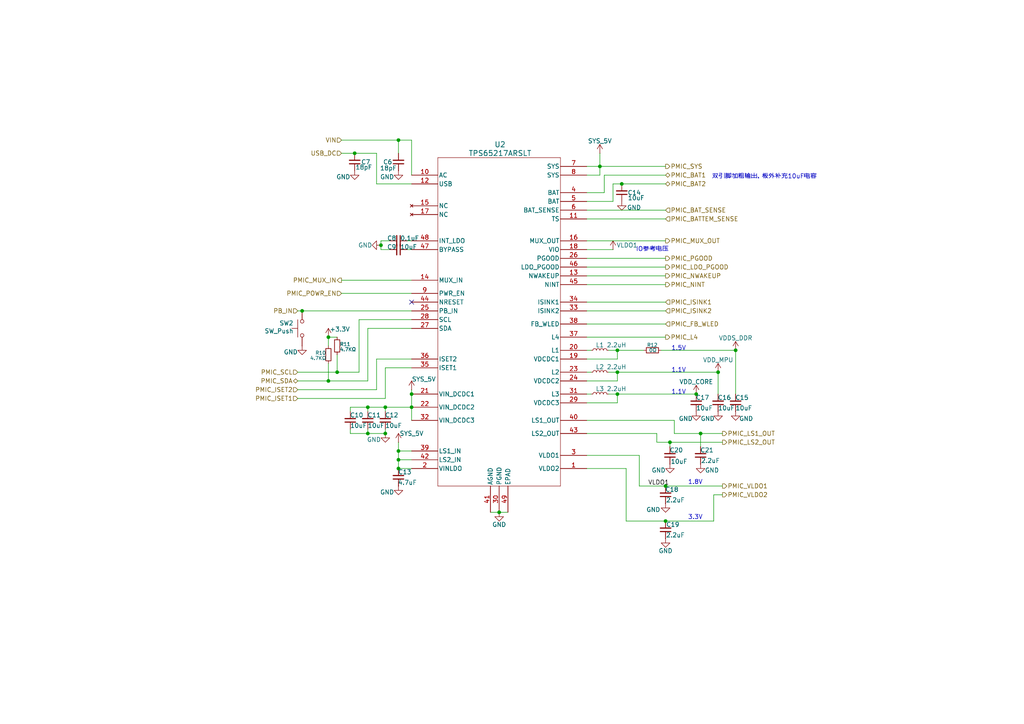
<source format=kicad_sch>
(kicad_sch (version 20250114) (generator "eeschema") (generator_version "9.0")
  (paper "A4")
  (lib_symbols
    (symbol "Device:C_Small" (pin_numbers (hide yes)) (pin_names (offset 0.254) (hide yes))
      (property "Reference" "C" (at 0.254 1.778 0))
      (property "Value" "C_Small" (at 0.254 -2.032 0))
      (symbol "C_Small_0_1"
        (polyline (pts (xy -1.524 0.508) (xy 1.524 0.508)) (stroke (width 0.3048)))
        (polyline (pts (xy -1.524 -0.508) (xy 1.524 -0.508)) (stroke (width 0.3302)))
      )
      (symbol "C_Small_1_1"
        (pin passive line (at 0 2.54 270) (length 2.032) (name "~") (number "1"))
        (pin passive line (at 0 -2.54 90) (length 2.032) (name "~") (number "2"))
      )
    )
    (symbol "Device:L_Small" (pin_numbers (hide yes)) (pin_names (offset 0.254) (hide yes))
      (property "Reference" "L" (at 0.762 1.016 0))
      (property "Value" "L_Small" (at 0.762 -1.016 0))
      (symbol "L_Small_0_1"
        (arc (start 0 2.032) (mid 0.5058 1.524) (end 0 1.016))
        (arc (start 0 1.016) (mid 0.5058 0.508) (end 0 0))
        (arc (start 0 0) (mid 0.5058 -0.508) (end 0 -1.016))
        (arc (start 0 -1.016) (mid 0.5058 -1.524) (end 0 -2.032))
      )
      (symbol "L_Small_1_1"
        (pin passive line (at 0 2.54 270) (length 0.508) (name "~") (number "1"))
        (pin passive line (at 0 -2.54 90) (length 0.508) (name "~") (number "2"))
      )
    )
    (symbol "Device:R_Small" (pin_numbers (hide yes)) (pin_names (offset 0.254) (hide yes))
      (property "Reference" "R" (at 0 0 90))
      (property "Value" "R_Small" (at 1.778 0 90))
      (symbol "R_Small_0_1"
        (rectangle (start -0.762 1.778) (end 0.762 -1.778) (stroke (width 0.2032)))
      )
      (symbol "R_Small_1_1"
        (pin passive line (at 0 2.54 270) (length 0.762) (name "~") (number "1"))
        (pin passive line (at 0 -2.54 90) (length 0.762) (name "~") (number "2"))
      )
    )
    (symbol "My_Library:TPS65217ARSLT" (pin_names (offset 0.254))
      (property "Reference" "U" (at 26.162 6.858 0))
      (property "Value" "TPS65217ARSLT" (at 26.416 4.318 0))
      (symbol "TPS65217ARSLT_0_1"
        (polyline (pts (xy 7.62 2.54) (xy 7.62 -92.71)) (stroke (width 0.127)))
        (polyline (pts (xy 7.62 -92.71) (xy 43.18 -92.71)) (stroke (width 0.127)))
        (polyline (pts (xy 43.18 2.54) (xy 7.62 2.54)) (stroke (width 0.127)))
        (polyline (pts (xy 43.18 -92.71) (xy 43.18 2.54)) (stroke (width 0.127)))
        (pin input line (at 0 -2.54 0) (length 7.62) (name "AC") (number "10"))
        (pin input line (at 0 -5.08 0) (length 7.62) (name "USB") (number "12"))
        (pin no_connect line (at 0 -11.43 0) (length 7.62) (name "NC") (number "15"))
        (pin no_connect line (at 0 -13.97 0) (length 7.62) (name "NC") (number "17"))
        (pin output line (at 0 -21.59 0) (length 7.62) (name "INT_LDO") (number "48"))
        (pin output line (at 0 -24.13 0) (length 7.62) (name "BYPASS") (number "47"))
        (pin output line (at 0 -33.02 0) (length 7.62) (name "MUX_IN") (number "14"))
        (pin input line (at 0 -36.83 0) (length 7.62) (name "PWR_EN") (number "9"))
        (pin input line (at 0 -39.37 0) (length 7.62) (name "NRESET") (number "44"))
        (pin input line (at 0 -41.91 0) (length 7.62) (name "PB_IN") (number "25"))
        (pin input line (at 0 -44.45 0) (length 7.62) (name "SCL") (number "28"))
        (pin bidirectional line (at 0 -46.99 0) (length 7.62) (name "SDA") (number "27"))
        (pin input line (at 0 -55.88 0) (length 7.62) (name "ISET2") (number "36"))
        (pin input line (at 0 -58.42 0) (length 7.62) (name "ISET1") (number "35"))
        (pin input line (at 0 -66.04 0) (length 7.62) (name "VIN_DCDC1") (number "21"))
        (pin input line (at 0 -69.85 0) (length 7.62) (name "VIN_DCDC2") (number "22"))
        (pin input line (at 0 -73.66 0) (length 7.62) (name "VIN_DCDC3") (number "32"))
        (pin input line (at 0 -82.55 0) (length 7.62) (name "LS1_IN") (number "39"))
        (pin input line (at 0 -85.09 0) (length 7.62) (name "LS2_IN") (number "42"))
        (pin input line (at 0 -87.63 0) (length 7.62) (name "VINLDO") (number "2"))
        (pin power_in line (at 22.86 -100.33 90) (length 7.62) (name "AGND") (number "41"))
        (pin power_in line (at 25.4 -100.33 90) (length 7.62) (name "PGND") (number "30"))
        (pin unspecified line (at 27.94 -100.33 90) (length 7.62) (name "EPAD") (number "49"))
        (pin output line (at 50.8 0 180) (length 7.62) (name "SYS") (number "7"))
        (pin output line (at 50.8 -2.54 180) (length 7.62) (name "SYS") (number "8"))
        (pin bidirectional line (at 50.8 -7.62 180) (length 7.62) (name "BAT") (number "4"))
        (pin bidirectional line (at 50.8 -10.16 180) (length 7.62) (name "BAT") (number "5"))
        (pin input line (at 50.8 -12.7 180) (length 7.62) (name "BAT_SENSE") (number "6"))
        (pin input line (at 50.8 -15.24 180) (length 7.62) (name "TS") (number "11"))
        (pin output line (at 50.8 -21.59 180) (length 7.62) (name "MUX_OUT") (number "16"))
        (pin input line (at 50.8 -24.13 180) (length 7.62) (name "VIO") (number "18"))
        (pin output line (at 50.8 -26.67 180) (length 7.62) (name "PGOOD") (number "26"))
        (pin output line (at 50.8 -29.21 180) (length 7.62) (name "LDO_PGOOD") (number "46"))
        (pin output line (at 50.8 -31.75 180) (length 7.62) (name "NWAKEUP") (number "13"))
        (pin output line (at 50.8 -34.29 180) (length 7.62) (name "NINT") (number "45"))
        (pin input line (at 50.8 -39.37 180) (length 7.62) (name "ISINK1") (number "34"))
        (pin input line (at 50.8 -41.91 180) (length 7.62) (name "ISINK2") (number "33"))
        (pin input line (at 50.8 -45.72 180) (length 7.62) (name "FB_WLED") (number "38"))
        (pin output line (at 50.8 -49.53 180) (length 7.62) (name "L4") (number "37"))
        (pin output line (at 50.8 -53.34 180) (length 7.62) (name "L1") (number "20"))
        (pin input line (at 50.8 -55.88 180) (length 7.62) (name "VDCDC1") (number "19"))
        (pin output line (at 50.8 -59.69 180) (length 7.62) (name "L2") (number "23"))
        (pin output line (at 50.8 -62.23 180) (length 7.62) (name "VDCDC2") (number "24"))
        (pin output line (at 50.8 -66.04 180) (length 7.62) (name "L3") (number "31"))
        (pin output line (at 50.8 -68.58 180) (length 7.62) (name "VDCDC3") (number "29"))
        (pin output line (at 50.8 -73.66 180) (length 7.62) (name "LS1_OUT") (number "40"))
        (pin output line (at 50.8 -77.47 180) (length 7.62) (name "LS2_OUT") (number "43"))
        (pin output line (at 50.8 -83.82 180) (length 7.62) (name "VLDO1") (number "3"))
        (pin output line (at 50.8 -87.63 180) (length 7.62) (name "VLDO2") (number "1"))
      )
    )
    (symbol "Switch:SW_Push" (pin_numbers (hide yes)) (pin_names (offset 1.016) (hide yes))
      (property "Reference" "SW" (at 1.27 2.54 0))
      (property "Value" "SW_Push" (at 0 -1.524 0))
      (symbol "SW_Push_0_1"
        (circle (center -2.032 0) (radius 0.508))
        (polyline (pts (xy 0 1.27) (xy 0 3.048)))
        (circle (center 2.032 0) (radius 0.508))
        (polyline (pts (xy 2.54 1.27) (xy -2.54 1.27)))
        (pin passive line (at -5.08 0 0) (length 2.54) (name "1") (number "1"))
        (pin passive line (at 5.08 0 180) (length 2.54) (name "2") (number "2"))
      )
    )
    (symbol "power:+3.3V" (power) (pin_numbers (hide yes)) (pin_names (offset 0) (hide yes))
      (property "Value" "+3.3V" (at 0 3.556 0))
      (symbol "+3.3V_0_1"
        (polyline (pts (xy -0.762 1.27) (xy 0 2.54)))
        (polyline (pts (xy 0 2.54) (xy 0.762 1.27)))
        (polyline (pts (xy 0 0) (xy 0 2.54)))
      )
      (symbol "+3.3V_1_1"
        (pin power_in line (at 0 0 90) (length 0) (name "~") (number "1"))
      )
    )
    (symbol "power:+5V" (power) (pin_numbers (hide yes)) (pin_names (offset 0) (hide yes))
      (property "Value" "+5V" (at 0 3.556 0))
      (symbol "+5V_0_1"
        (polyline (pts (xy -0.762 1.27) (xy 0 2.54)))
        (polyline (pts (xy 0 2.54) (xy 0.762 1.27)))
        (polyline (pts (xy 0 0) (xy 0 2.54)))
      )
      (symbol "+5V_1_1"
        (pin power_in line (at 0 0 90) (length 0) (name "~") (number "1"))
      )
    )
    (symbol "power:GND" (power) (pin_numbers (hide yes)) (pin_names (offset 0) (hide yes))
      (property "Value" "GND" (at 0 -3.81 0))
      (symbol "GND_0_1"
        (polyline (pts (xy 0 0) (xy 0 -1.27) (xy 1.27 -1.27) (xy 0 -2.54) (xy -1.27 -1.27) (xy 0 -1.27)))
      )
      (symbol "GND_1_1"
        (pin power_in line (at 0 0 270) (length 0) (name "~") (number "1"))
      )
    )
    (symbol "power:VDD" (power) (pin_numbers (hide yes)) (pin_names (offset 0) (hide yes))
      (property "Value" "VDD" (at 0 3.556 0))
      (symbol "VDD_0_1"
        (polyline (pts (xy -0.762 1.27) (xy 0 2.54)))
        (polyline (pts (xy 0 2.54) (xy 0.762 1.27)))
        (polyline (pts (xy 0 0) (xy 0 2.54)))
      )
      (symbol "VDD_1_1"
        (pin power_in line (at 0 0 90) (length 0) (name "~") (number "1"))
      )
    )
  )
  (text "1.5V" (at 196.85 101.092 0) (effects (font (size 1.27 1.27))))
  (text "1.8V" (at 201.676 139.954 0) (effects (font (size 1.27 1.27))))
  (text "双引脚加粗输出，板外补充10uF电容" (at 221.742 51.308 0) (effects (font (size 1.27 1.27))))
  (text "1.1V" (at 196.85 107.442 0) (effects (font (size 1.27 1.27))))
  (text "IO参考电压" (at 189.23 72.39 0) (effects (font (size 1.27 1.27))))
  (text "3.3V" (at 201.676 150.114 0) (effects (font (size 1.27 1.27))))
  (text "1.1V" (at 196.85 113.792 0) (effects (font (size 1.27 1.27))))
  (junction (at 203.2 125.73))
  (junction (at 208.28 107.95))
  (junction (at 213.36 101.6))
  (junction (at 95.25 97.79))
  (junction (at 193.04 140.97))
  (junction (at 115.57 135.89))
  (junction (at 179.07 107.95))
  (junction (at 180.34 53.34))
  (junction (at 193.04 151.13))
  (junction (at 111.76 118.11))
  (junction (at 106.68 118.11))
  (junction (at 97.79 107.95))
  (junction (at 95.25 110.49))
  (junction (at 201.93 114.3))
  (junction (at 119.38 118.11))
  (junction (at 194.31 128.27))
  (junction (at 111.76 125.73))
  (junction (at 173.99 48.26))
  (junction (at 87.63 90.17))
  (junction (at 179.07 114.3))
  (junction (at 106.68 125.73))
  (junction (at 115.57 40.64))
  (junction (at 115.57 130.81))
  (junction (at 115.57 133.35))
  (junction (at 144.78 148.59))
  (junction (at 179.07 101.6))
  (junction (at 119.38 114.3))
  (junction (at 110.49 71.12))
  (junction (at 102.87 44.45))
  (no_connect (at 119.38 87.63))
  (wire (pts (xy 195.58 125.73) (xy 203.2 125.73)))
  (wire (pts (xy 110.49 72.39) (xy 113.03 72.39)))
  (wire (pts (xy 213.36 101.6) (xy 213.36 114.3)))
  (wire (pts (xy 118.11 72.39) (xy 119.38 72.39)))
  (wire (pts (xy 99.06 85.09) (xy 119.38 85.09)))
  (wire (pts (xy 109.22 53.34) (xy 109.22 44.45)))
  (wire (pts (xy 193.04 87.63) (xy 170.18 87.63)))
  (wire (pts (xy 170.18 63.5) (xy 193.04 63.5)))
  (wire (pts (xy 193.04 151.13) (xy 207.01 151.13)))
  (wire (pts (xy 194.31 128.27) (xy 209.55 128.27)))
  (wire (pts (xy 115.57 44.45) (xy 115.57 40.64)))
  (wire (pts (xy 209.55 143.51) (xy 207.01 143.51)))
  (wire (pts (xy 191.77 101.6) (xy 213.36 101.6)))
  (wire (pts (xy 87.63 90.17) (xy 119.38 90.17)))
  (wire (pts (xy 179.07 114.3) (xy 201.93 114.3)))
  (wire (pts (xy 86.36 113.03) (xy 109.22 113.03)))
  (wire (pts (xy 99.06 40.64) (xy 115.57 40.64)))
  (wire (pts (xy 193.04 97.79) (xy 170.18 97.79)))
  (wire (pts (xy 203.2 129.54) (xy 203.2 125.73)))
  (wire (pts (xy 208.28 107.95) (xy 208.28 114.3)))
  (wire (pts (xy 180.34 53.34) (xy 193.04 53.34)))
  (wire (pts (xy 86.36 115.57) (xy 111.76 115.57)))
  (wire (pts (xy 106.68 95.25) (xy 119.38 95.25)))
  (wire (pts (xy 176.53 101.6) (xy 179.07 101.6)))
  (wire (pts (xy 86.36 90.17) (xy 87.63 90.17)))
  (wire (pts (xy 175.26 50.8) (xy 175.26 55.88)))
  (wire (pts (xy 110.49 71.12) (xy 110.49 72.39)))
  (wire (pts (xy 193.04 74.93) (xy 170.18 74.93)))
  (wire (pts (xy 115.57 40.64) (xy 119.38 40.64)))
  (wire (pts (xy 109.22 104.14) (xy 119.38 104.14)))
  (wire (pts (xy 179.07 101.6) (xy 186.69 101.6)))
  (wire (pts (xy 173.99 50.8) (xy 170.18 50.8)))
  (wire (pts (xy 106.68 118.11) (xy 111.76 118.11)))
  (wire (pts (xy 170.18 114.3) (xy 171.45 114.3)))
  (wire (pts (xy 110.49 69.85) (xy 110.49 71.12)))
  (wire (pts (xy 170.18 72.39) (xy 177.8 72.39)))
  (wire (pts (xy 193.04 140.97) (xy 209.55 140.97)))
  (wire (pts (xy 203.2 125.73) (xy 209.55 125.73)))
  (wire (pts (xy 97.79 102.87) (xy 97.79 107.95)))
  (wire (pts (xy 144.78 148.59) (xy 147.32 148.59)))
  (wire (pts (xy 190.5 128.27) (xy 190.5 125.73)))
  (wire (pts (xy 86.36 110.49) (xy 95.25 110.49)))
  (wire (pts (xy 179.07 116.84) (xy 179.07 114.3)))
  (wire (pts (xy 170.18 110.49) (xy 179.07 110.49)))
  (wire (pts (xy 207.01 143.51) (xy 207.01 151.13)))
  (wire (pts (xy 179.07 107.95) (xy 208.28 107.95)))
  (wire (pts (xy 111.76 118.11) (xy 119.38 118.11)))
  (wire (pts (xy 119.38 113.03) (xy 119.38 114.3)))
  (wire (pts (xy 173.99 48.26) (xy 193.04 48.26)))
  (wire (pts (xy 176.53 107.95) (xy 179.07 107.95)))
  (wire (pts (xy 106.68 110.49) (xy 106.68 95.25)))
  (wire (pts (xy 185.42 140.97) (xy 193.04 140.97)))
  (wire (pts (xy 95.25 97.79) (xy 95.25 100.33)))
  (wire (pts (xy 170.18 55.88) (xy 175.26 55.88)))
  (wire (pts (xy 106.68 125.73) (xy 106.68 124.46)))
  (wire (pts (xy 111.76 125.73) (xy 111.76 124.46)))
  (wire (pts (xy 119.38 106.68) (xy 111.76 106.68)))
  (wire (pts (xy 119.38 40.64) (xy 119.38 50.8)))
  (wire (pts (xy 111.76 106.68) (xy 111.76 115.57)))
  (wire (pts (xy 119.38 118.11) (xy 119.38 121.92)))
  (wire (pts (xy 119.38 130.81) (xy 115.57 130.81)))
  (wire (pts (xy 170.18 58.42) (xy 177.8 58.42)))
  (wire (pts (xy 190.5 128.27) (xy 194.31 128.27)))
  (wire (pts (xy 193.04 80.01) (xy 170.18 80.01)))
  (wire (pts (xy 101.6 125.73) (xy 106.68 125.73)))
  (wire (pts (xy 193.04 60.96) (xy 170.18 60.96)))
  (wire (pts (xy 142.24 148.59) (xy 144.78 148.59)))
  (wire (pts (xy 193.04 77.47) (xy 170.18 77.47)))
  (wire (pts (xy 179.07 104.14) (xy 179.07 101.6)))
  (wire (pts (xy 193.04 151.13) (xy 181.61 151.13)))
  (wire (pts (xy 102.87 44.45) (xy 109.22 44.45)))
  (wire (pts (xy 115.57 130.81) (xy 115.57 133.35)))
  (wire (pts (xy 99.06 81.28) (xy 119.38 81.28)))
  (wire (pts (xy 115.57 133.35) (xy 115.57 135.89)))
  (wire (pts (xy 185.42 140.97) (xy 185.42 132.08)))
  (wire (pts (xy 110.49 69.85) (xy 113.03 69.85)))
  (wire (pts (xy 104.14 92.71) (xy 119.38 92.71)))
  (wire (pts (xy 195.58 121.92) (xy 170.18 121.92)))
  (wire (pts (xy 193.04 82.55) (xy 170.18 82.55)))
  (wire (pts (xy 194.31 128.27) (xy 194.31 129.54)))
  (wire (pts (xy 95.25 97.79) (xy 97.79 97.79)))
  (wire (pts (xy 193.04 93.98) (xy 170.18 93.98)))
  (wire (pts (xy 115.57 135.89) (xy 119.38 135.89)))
  (wire (pts (xy 101.6 118.11) (xy 106.68 118.11)))
  (wire (pts (xy 181.61 151.13) (xy 181.61 135.89)))
  (wire (pts (xy 104.14 107.95) (xy 104.14 92.71)))
  (wire (pts (xy 170.18 104.14) (xy 179.07 104.14)))
  (wire (pts (xy 115.57 133.35) (xy 119.38 133.35)))
  (wire (pts (xy 119.38 114.3) (xy 119.38 118.11)))
  (wire (pts (xy 170.18 101.6) (xy 171.45 101.6)))
  (wire (pts (xy 97.79 107.95) (xy 104.14 107.95)))
  (wire (pts (xy 101.6 125.73) (xy 101.6 124.46)))
  (wire (pts (xy 177.8 53.34) (xy 177.8 58.42)))
  (wire (pts (xy 181.61 135.89) (xy 170.18 135.89)))
  (wire (pts (xy 99.06 44.45) (xy 102.87 44.45)))
  (wire (pts (xy 185.42 132.08) (xy 170.18 132.08)))
  (wire (pts (xy 95.25 110.49) (xy 106.68 110.49)))
  (wire (pts (xy 179.07 110.49) (xy 179.07 107.95)))
  (wire (pts (xy 177.8 53.34) (xy 180.34 53.34)))
  (wire (pts (xy 101.6 118.11) (xy 101.6 119.38)))
  (wire (pts (xy 106.68 118.11) (xy 106.68 119.38)))
  (wire (pts (xy 170.18 107.95) (xy 171.45 107.95)))
  (wire (pts (xy 190.5 125.73) (xy 170.18 125.73)))
  (wire (pts (xy 175.26 50.8) (xy 193.04 50.8)))
  (wire (pts (xy 193.04 69.85) (xy 170.18 69.85)))
  (wire (pts (xy 95.25 105.41) (xy 95.25 110.49)))
  (wire (pts (xy 106.68 125.73) (xy 111.76 125.73)))
  (wire (pts (xy 176.53 114.3) (xy 179.07 114.3)))
  (wire (pts (xy 193.04 90.17) (xy 170.18 90.17)))
  (wire (pts (xy 173.99 48.26) (xy 170.18 48.26)))
  (wire (pts (xy 119.38 53.34) (xy 109.22 53.34)))
  (wire (pts (xy 115.57 128.27) (xy 115.57 130.81)))
  (wire (pts (xy 118.11 69.85) (xy 119.38 69.85)))
  (wire (pts (xy 173.99 44.45) (xy 173.99 48.26)))
  (wire (pts (xy 109.22 113.03) (xy 109.22 104.14)))
  (wire (pts (xy 195.58 125.73) (xy 195.58 121.92)))
  (wire (pts (xy 170.18 116.84) (xy 179.07 116.84)))
  (wire (pts (xy 86.36 107.95) (xy 97.79 107.95)))
  (wire (pts (xy 173.99 50.8) (xy 173.99 48.26)))
  (wire (pts (xy 111.76 118.11) (xy 111.76 119.38)))
  (label "VLDO1" (at 187.96 140.97 0))
  (hierarchical_label "PMIC_SDA" (shape bidirectional) (at 86.36 110.49 180))
  (hierarchical_label "PMIC_FB_WLED" (shape input) (at 193.04 93.98 0))
  (hierarchical_label "PMIC_ISINK1" (shape input) (at 193.04 87.63 0))
  (hierarchical_label "PMIC_BAT2" (shape bidirectional) (at 193.04 53.34 0))
  (hierarchical_label "VIN" (shape input) (at 99.06 40.64 180))
  (hierarchical_label "PMIC_SCL" (shape input) (at 86.36 107.95 180))
  (hierarchical_label "PMIC_MUX_IN" (shape output) (at 99.06 81.28 180))
  (hierarchical_label "PMIC_VLDO1" (shape output) (at 209.55 140.97 0))
  (hierarchical_label "PMIC_ISET1" (shape input) (at 86.36 115.57 180))
  (hierarchical_label "PMIC_LDO_PGOOD" (shape output) (at 193.04 77.47 0))
  (hierarchical_label "PMIC_ISET2" (shape input) (at 86.36 113.03 180))
  (hierarchical_label "PMIC_PGOOD" (shape output) (at 193.04 74.93 0))
  (hierarchical_label "PMIC_NINT" (shape output) (at 193.04 82.55 0))
  (hierarchical_label "PMIC_POWR_EN" (shape input) (at 99.06 85.09 180))
  (hierarchical_label "PMIC_MUX_OUT" (shape output) (at 193.04 69.85 0))
  (hierarchical_label "PMIC_LS2_OUT" (shape output) (at 209.55 128.27 0))
  (hierarchical_label "PMIC_BAT_SENSE" (shape input) (at 193.04 60.96 0))
  (hierarchical_label "PMIC_BAT1" (shape bidirectional) (at 193.04 50.8 0))
  (hierarchical_label "PMIC_SYS" (shape output) (at 193.04 48.26 0))
  (hierarchical_label "PMIC_L4" (shape output) (at 193.04 97.79 0))
  (hierarchical_label "PMIC_NWAKEUP" (shape output) (at 193.04 80.01 0))
  (hierarchical_label "PB_IN" (shape input) (at 86.36 90.17 180))
  (hierarchical_label "PMIC_BATTEM_SENSE" (shape input) (at 193.04 63.5 0))
  (hierarchical_label "USB_DC" (shape input) (at 99.06 44.45 180))
  (hierarchical_label "PMIC_VLDO2" (shape output) (at 209.55 143.51 0))
  (hierarchical_label "PMIC_ISINK2" (shape input) (at 193.04 90.17 0))
  (hierarchical_label "PMIC_LS1_OUT" (shape output) (at 209.55 125.73 0))
  (symbol (lib_id "Device:C_Small") (at 102.87 46.99 180) (unit 1)
    (property "Reference" "C7" (at 107.442 46.99 0) (effects (justify left)))
    (property "Value" "18pF" (at 107.95 48.514 0) (effects (justify left)))
    (property "Description" "Unpolarized capacitor, small symbol" (effects (hide yes)))
  )
  (symbol (lib_id "power:GND") (at 87.63 100.33 0) (unit 1)
    (property "Reference" "#PWR011" (effects (hide yes)))
    (property "Value" "GND" (at 84.328 102.108 0))
    (property "Description" "Power symbol creates a global label with name \"GND\" , ground" (effects (hide yes)))
  )
  (symbol (lib_id "power:GND") (at 194.31 134.62 0) (unit 1)
    (property "Reference" "#PWR029" (effects (hide yes)))
    (property "Value" "GND" (at 191.008 136.398 0))
    (property "Description" "Power symbol creates a global label with name \"GND\" , ground" (effects (hide yes)))
  )
  (symbol (lib_id "Device:C_Small") (at 208.28 116.84 180) (unit 1)
    (property "Reference" "C16" (at 212.09 115.316 0) (effects (justify left)))
    (property "Value" "10uF" (at 213.106 118.364 0) (effects (justify left)))
    (property "Description" "Unpolarized capacitor, small symbol" (effects (hide yes)))
  )
  (symbol (lib_id "Device:C_Small") (at 194.31 132.08 180) (unit 1)
    (property "Reference" "C20" (at 198.12 130.556 0) (effects (justify left)))
    (property "Value" "10uF" (at 199.39 133.858 0) (effects (justify left)))
    (property "Description" "Unpolarized capacitor, small symbol" (effects (hide yes)))
  )
  (symbol (lib_id "Device:C_Small") (at 201.93 116.84 180) (unit 1)
    (property "Reference" "C17" (at 205.74 115.316 0) (effects (justify left)))
    (property "Value" "10uF" (at 206.756 118.364 0) (effects (justify left)))
    (property "Description" "Unpolarized capacitor, small symbol" (effects (hide yes)))
  )
  (symbol (lib_id "Device:C_Small") (at 101.6 121.92 180) (unit 1)
    (property "Reference" "C10" (at 105.41 120.396 0) (effects (justify left)))
    (property "Value" "10uF" (at 106.426 123.444 0) (effects (justify left)))
    (property "Description" "Unpolarized capacitor, small symbol" (effects (hide yes)))
  )
  (symbol (lib_id "Device:C_Small") (at 115.57 46.99 180) (unit 1)
    (property "Reference" "C6" (at 113.792 46.99 0) (effects (justify left)))
    (property "Value" "18pF" (at 115.062 48.768 0) (effects (justify left)))
    (property "Description" "Unpolarized capacitor, small symbol" (effects (hide yes)))
  )
  (symbol (lib_id "power:+3.3V") (at 95.25 97.79 0) (unit 1)
    (property "Reference" "#PWR012" (effects (hide yes)))
    (property "Value" "+3.3V" (at 98.552 95.504 0))
    (property "Description" "Power symbol creates a global label with name \"+3.3V\"" (effects (hide yes)))
  )
  (symbol (lib_id "Switch:SW_Push") (at 87.63 95.25 90) (unit 1)
    (property "Reference" "SW2" (at 81.026 93.726 90) (effects (justify right)))
    (property "Value" "SW_Push" (at 76.708 96.012 90) (effects (justify right)))
    (property "Description" "Push button switch, generic, two pins" (effects (hide yes)))
  )
  (symbol (lib_id "Device:C_Small") (at 106.68 121.92 180) (unit 1)
    (property "Reference" "C11" (at 110.49 120.396 0) (effects (justify left)))
    (property "Value" "10uF" (at 111.506 123.444 0) (effects (justify left)))
    (property "Description" "Unpolarized capacitor, small symbol" (effects (hide yes)))
  )
  (symbol (lib_id "power:GND") (at 180.34 58.42 0) (unit 1)
    (property "Reference" "#PWR019" (effects (hide yes)))
    (property "Value" "GND" (at 183.896 60.198 0))
    (property "Description" "Power symbol creates a global label with name \"GND\" , ground" (effects (hide yes)))
  )
  (symbol (lib_id "Device:C_Small") (at 193.04 153.67 180) (unit 1)
    (property "Reference" "C19" (at 197.104 152.146 0) (effects (justify left)))
    (property "Value" "2.2uF" (at 198.628 155.194 0) (effects (justify left)))
    (property "Description" "Unpolarized capacitor, small symbol" (effects (hide yes)))
  )
  (symbol (lib_id "power:+5V") (at 177.8 72.39 0) (unit 1)
    (property "Reference" "#PWR020" (effects (hide yes)))
    (property "Value" "VLDO1" (at 181.864 71.12 0))
    (property "Description" "Power symbol creates a global label with name \"+5V\"" (effects (hide yes)))
  )
  (symbol (lib_id "power:GND") (at 115.57 49.53 0) (unit 1)
    (property "Reference" "#PWR08" (effects (hide yes)))
    (property "Value" "GND" (at 112.268 51.308 0))
    (property "Description" "Power symbol creates a global label with name \"GND\" , ground" (effects (hide yes)))
  )
  (symbol (lib_id "power:+5V") (at 119.38 113.03 0) (unit 1)
    (property "Reference" "#PWR013" (effects (hide yes)))
    (property "Value" "SYS_5V" (at 122.936 109.982 0))
    (property "Description" "Power symbol creates a global label with name \"+5V\"" (effects (hide yes)))
  )
  (symbol (lib_id "Device:C_Small") (at 203.2 132.08 180) (unit 1)
    (property "Reference" "C21" (at 207.01 130.556 0) (effects (justify left)))
    (property "Value" "2.2uF" (at 208.788 133.604 0) (effects (justify left)))
    (property "Description" "Unpolarized capacitor, small symbol" (effects (hide yes)))
  )
  (symbol (lib_id "Device:C_Small") (at 115.57 69.85 270) (unit 1)
    (property "Reference" "C8" (at 112.268 69.088 90) (effects (justify left)))
    (property "Value" "0.1uF" (at 116.078 69.088 90) (effects (justify left)))
    (property "Description" "Unpolarized capacitor, small symbol" (effects (hide yes)))
  )
  (symbol (lib_id "power:GND") (at 110.49 71.12 270) (unit 1)
    (property "Reference" "#PWR010" (effects (hide yes)))
    (property "Value" "GND" (at 105.918 71.12 90))
    (property "Description" "Power symbol creates a global label with name \"GND\" , ground" (effects (hide yes)))
  )
  (symbol (lib_id "power:+5V") (at 173.99 44.45 0) (unit 1)
    (property "Reference" "#PWR015" (effects (hide yes)))
    (property "Value" "SYS_5V" (at 173.99 40.894 0))
    (property "Description" "Power symbol creates a global label with name \"+5V\"" (effects (hide yes)))
  )
  (symbol (lib_id "Device:L_Small") (at 173.99 114.3 90) (unit 1)
    (property "Reference" "L3" (at 173.99 112.776 90))
    (property "Value" "2.2uH" (at 178.816 112.776 90))
    (property "Description" "Inductor, small symbol" (effects (hide yes)))
  )
  (symbol (lib_id "power:+5V") (at 115.57 128.27 0) (unit 1)
    (property "Reference" "#PWR016" (effects (hide yes)))
    (property "Value" "SYS_5V" (at 119.38 125.73 0))
    (property "Description" "Power symbol creates a global label with name \"+5V\"" (effects (hide yes)))
  )
  (symbol (lib_id "power:GND") (at 203.2 134.62 0) (unit 1)
    (property "Reference" "#PWR030" (effects (hide yes)))
    (property "Value" "GND" (at 206.502 136.398 0))
    (property "Description" "Power symbol creates a global label with name \"GND\" , ground" (effects (hide yes)))
  )
  (symbol (lib_id "power:GND") (at 115.57 140.97 0) (unit 1)
    (property "Reference" "#PWR017" (effects (hide yes)))
    (property "Value" "GND" (at 112.268 142.748 0))
    (property "Description" "Power symbol creates a global label with name \"GND\" , ground" (effects (hide yes)))
  )
  (symbol (lib_id "power:GND") (at 111.76 125.73 0) (unit 1)
    (property "Reference" "#PWR014" (effects (hide yes)))
    (property "Value" "GND" (at 108.458 127.508 0))
    (property "Description" "Power symbol creates a global label with name \"GND\" , ground" (effects (hide yes)))
  )
  (symbol (lib_id "Device:C_Small") (at 213.36 116.84 180) (unit 1)
    (property "Reference" "C15" (at 217.17 115.316 0) (effects (justify left)))
    (property "Value" "10uF" (at 218.186 118.364 0) (effects (justify left)))
    (property "Description" "Unpolarized capacitor, small symbol" (effects (hide yes)))
  )
  (symbol (lib_id "Device:R_Small") (at 189.23 101.6 90) (unit 1)
    (property "Reference" "R12" (at 190.754 100.076 90) (effects (font (size 1.016 1.016)) (justify left)))
    (property "Value" "0Ω" (at 190.5 101.6 90) (effects (font (size 1.01 1.01)) (justify left)))
    (property "Description" "Resistor, small symbol" (effects (hide yes)))
  )
  (symbol (lib_id "power:VDD") (at 201.93 114.3 0) (unit 1)
    (property "Reference" "#PWR024" (effects (hide yes)))
    (property "Value" "VDD_CORE" (at 201.93 110.744 0))
    (property "Description" "Power symbol creates a global label with name \"VDD\"" (effects (hide yes)))
  )
  (symbol (lib_id "power:GND") (at 102.87 49.53 0) (unit 1)
    (property "Reference" "#PWR09" (effects (hide yes)))
    (property "Value" "GND" (at 99.568 51.308 0))
    (property "Description" "Power symbol creates a global label with name \"GND\" , ground" (effects (hide yes)))
  )
  (symbol (lib_id "Device:R_Small") (at 97.79 100.33 0) (unit 1)
    (property "Reference" "R11" (at 98.552 99.822 0) (effects (font (size 1.016 1.016)) (justify left)))
    (property "Value" "4.7KΩ" (at 98.552 101.346 0) (effects (font (size 1.01 1.01)) (justify left)))
    (property "Description" "Resistor, small symbol" (effects (hide yes)))
  )
  (symbol (lib_id "Device:C_Small") (at 180.34 55.88 180) (unit 1)
    (property "Reference" "C14" (at 185.928 55.88 0) (effects (justify left)))
    (property "Value" "10uF" (at 186.944 57.404 0) (effects (justify left)))
    (property "Description" "Unpolarized capacitor, small symbol" (effects (hide yes)))
  )
  (symbol (lib_id "power:VDD") (at 213.36 101.6 0) (unit 1)
    (property "Reference" "#PWR021" (effects (hide yes)))
    (property "Value" "VDDS_DDR" (at 213.36 98.044 0))
    (property "Description" "Power symbol creates a global label with name \"VDD\"" (effects (hide yes)))
  )
  (symbol (lib_id "Device:L_Small") (at 173.99 101.6 90) (unit 1)
    (property "Reference" "L1" (at 173.99 100.076 90))
    (property "Value" "2.2uH" (at 178.816 100.076 90))
    (property "Footprint" "Inductor_SMD:L_1008_2520Metric_Pad1.43x2.20mm_HandSolder" (effects (hide yes)))
    (property "Description" "Inductor, small symbol" (effects (hide yes)))
  )
  (symbol (lib_id "Device:C_Small") (at 115.57 72.39 270) (unit 1)
    (property "Reference" "C9" (at 112.268 71.628 90) (effects (justify left)))
    (property "Value" "10uF" (at 116.078 71.628 90) (effects (justify left)))
    (property "Description" "Unpolarized capacitor, small symbol" (effects (hide yes)))
  )
  (symbol (lib_id "Device:L_Small") (at 173.99 107.95 90) (unit 1)
    (property "Reference" "L2" (at 173.99 106.426 90))
    (property "Value" "2.2uH" (at 178.816 106.426 90))
    (property "Description" "Inductor, small symbol" (effects (hide yes)))
  )
  (symbol (lib_id "power:GND") (at 193.04 146.05 0) (unit 1)
    (property "Reference" "#PWR027" (effects (hide yes)))
    (property "Value" "GND" (at 189.484 147.828 0))
    (property "Description" "Power symbol creates a global label with name \"GND\" , ground" (effects (hide yes)))
  )
  (symbol (lib_id "power:GND") (at 208.28 119.38 0) (unit 1)
    (property "Reference" "#PWR025" (effects (hide yes)))
    (property "Value" "GND" (at 205.232 121.412 0))
    (property "Description" "Power symbol creates a global label with name \"GND\" , ground" (effects (hide yes)))
  )
  (symbol (lib_id "power:GND") (at 144.78 148.59 0) (unit 1)
    (property "Reference" "#PWR018" (effects (hide yes)))
    (property "Value" "GND" (at 144.78 152.146 0))
    (property "Description" "Power symbol creates a global label with name \"GND\" , ground" (effects (hide yes)))
  )
  (symbol (lib_id "Device:R_Small") (at 95.25 102.87 0) (unit 1)
    (property "Reference" "R10" (at 91.44 102.362 0) (effects (font (size 1.016 1.016)) (justify left)))
    (property "Value" "4.7KΩ" (at 89.916 103.886 0) (effects (font (size 1.01 1.01)) (justify left)))
    (property "Description" "Resistor, small symbol" (effects (hide yes)))
  )
  (symbol (lib_id "Device:C_Small") (at 111.76 121.92 180) (unit 1)
    (property "Reference" "C12" (at 115.57 120.396 0) (effects (justify left)))
    (property "Value" "10uF" (at 116.586 123.444 0) (effects (justify left)))
    (property "Description" "Unpolarized capacitor, small symbol" (effects (hide yes)))
  )
  (symbol (lib_id "power:GND") (at 193.04 156.21 0) (unit 1)
    (property "Reference" "#PWR028" (effects (hide yes)))
    (property "Value" "GND" (at 193.04 159.766 0))
    (property "Description" "Power symbol creates a global label with name \"GND\" , ground" (effects (hide yes)))
  )
  (symbol (lib_id "My_Library:TPS65217ARSLT") (at 119.38 48.26 0) (unit 1)
    (property "Reference" "U2" (at 145.034 41.91 0) (effects (font (size 1.524 1.524))))
    (property "Value" "TPS65217ARSLT" (at 145.034 44.45 0) (effects (font (size 1.524 1.524))))
    (property "Footprint" "My_Library:RSL48_4P05X4P05" (effects (hide yes)))
    (property "Datasheet" "https://www.ti.com/lit/gpn/tps65217" (effects (hide yes)))
  )
  (symbol (lib_id "power:GND") (at 201.93 119.38 0) (unit 1)
    (property "Reference" "#PWR026" (effects (hide yes)))
    (property "Value" "GND" (at 198.882 121.412 0))
    (property "Description" "Power symbol creates a global label with name \"GND\" , ground" (effects (hide yes)))
  )
  (symbol (lib_id "Device:C_Small") (at 115.57 138.43 180) (unit 1)
    (property "Reference" "C13" (at 119.38 136.906 0) (effects (justify left)))
    (property "Value" "4.7uF" (at 120.904 139.954 0) (effects (justify left)))
    (property "Description" "Unpolarized capacitor, small symbol" (effects (hide yes)))
  )
  (symbol (lib_id "Device:C_Small") (at 193.04 143.51 180) (unit 1)
    (property "Reference" "C18" (at 196.85 141.986 0) (effects (justify left)))
    (property "Value" "2.2uF" (at 198.628 145.034 0) (effects (justify left)))
    (property "Description" "Unpolarized capacitor, small symbol" (effects (hide yes)))
  )
  (symbol (lib_id "power:VDD") (at 208.28 107.95 0) (unit 1)
    (property "Reference" "#PWR023" (effects (hide yes)))
    (property "Value" "VDD_MPU" (at 208.28 104.394 0))
    (property "Description" "Power symbol creates a global label with name \"VDD\"" (effects (hide yes)))
  )
  (symbol (lib_id "power:GND") (at 213.36 119.38 0) (unit 1)
    (property "Reference" "#PWR022" (effects (hide yes)))
    (property "Value" "GND" (at 216.408 121.412 0))
    (property "Description" "Power symbol creates a global label with name \"GND\" , ground" (effects (hide yes)))
  )
)
</source>
